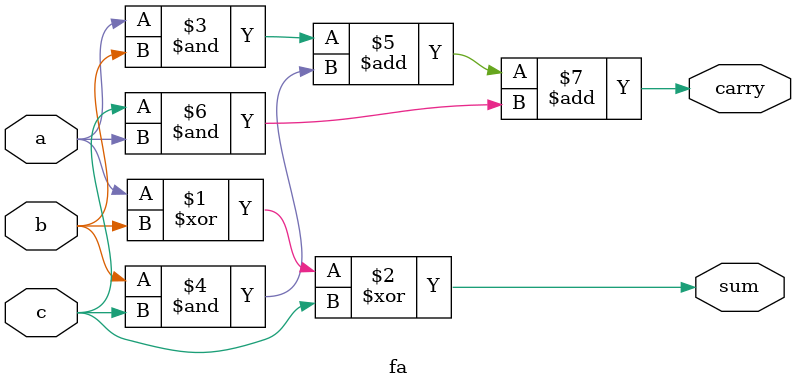
<source format=v>
`timescale 1ns / 1ps


module fa(a, b, c, sum, carry);
  input a, b, c;
  output sum, carry;

  assign sum = a ^ b ^ c;
  assign carry = (a & b) + (b & c) + (c & a);
endmodule
</source>
